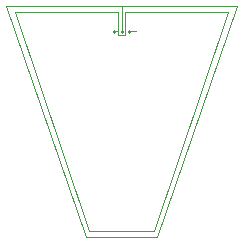
<source format=gbr>
G04 start of page 9 for group 7 idx 7
G04 Title: (unknown), Detector *
G04 Creator: pcb-bin 20060822 *
G04 CreationDate: Thu Oct 12 19:49:39 2006 UTC *
G04 For: stephan *
G04 Format: Gerber/RS-274X *
G04 PCB-Dimensions: 137795 118110 *
G04 PCB-Coordinate-Origin: lower left *
%MOIN*%
%FSLAX24Y24*%
%LNGROUP7*%
%ADD11C,0.0039*%
%ADD12C,0.0039*%
%ADD13C,0.0098*%
G54D11*X10728Y9842D02*X8070Y2165D01*
X7972Y2362D02*X10433Y9645D01*
G54D12*X7126Y9015D02*X7362D01*
G54D13*X7126Y8996D02*Y9035D01*
G54D12*X6771Y9645D02*Y8877D01*
X7007D02*X6771D01*
G54D13*X6889Y8996D02*Y9035D01*
G54D12*X6653Y9015D02*X6771D01*
X7007Y9645D02*Y8877D01*
G54D13*X6653Y8996D02*Y9035D01*
G54D11*X5807Y2362D02*X7972D01*
X8070Y2165D02*X5708D01*
X3346Y9645D02*X5807Y2362D01*
X5708Y2165D02*X3051Y9842D01*
G54D12*X6889Y9015D02*Y9842D01*
X6771Y9645D02*X3346D01*
X7007D02*X10433D01*
X3051Y9842D02*X10728D01*
M02*

</source>
